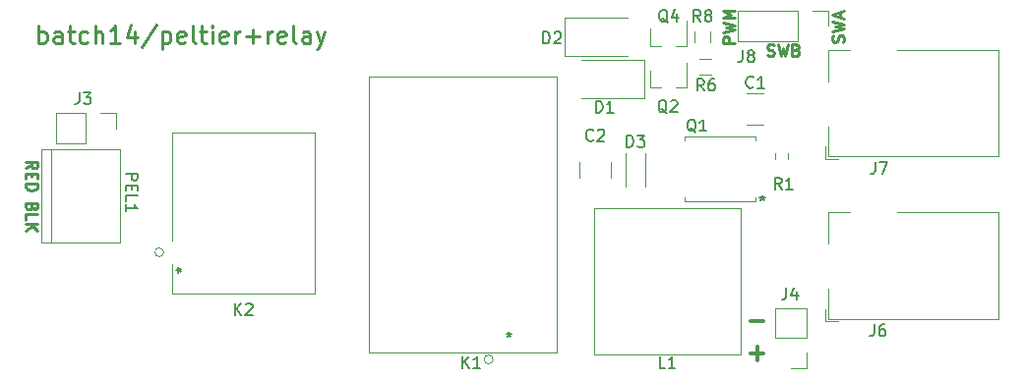
<source format=gto>
G04 #@! TF.GenerationSoftware,KiCad,Pcbnew,(5.1.6-0-10_14)*
G04 #@! TF.CreationDate,2021-11-25T16:37:17+09:00*
G04 #@! TF.ProjectId,peltier+relay,70656c74-6965-4722-9b72-656c61792e6b,rev?*
G04 #@! TF.SameCoordinates,Original*
G04 #@! TF.FileFunction,Legend,Top*
G04 #@! TF.FilePolarity,Positive*
%FSLAX46Y46*%
G04 Gerber Fmt 4.6, Leading zero omitted, Abs format (unit mm)*
G04 Created by KiCad (PCBNEW (5.1.6-0-10_14)) date 2021-11-25 16:37:17*
%MOMM*%
%LPD*%
G01*
G04 APERTURE LIST*
%ADD10C,0.300000*%
%ADD11C,0.250000*%
%ADD12C,0.120000*%
%ADD13C,0.150000*%
G04 APERTURE END LIST*
D10*
X163561428Y-111587142D02*
X162418571Y-111587142D01*
X162990000Y-112158571D02*
X162990000Y-111015714D01*
X163541428Y-108817142D02*
X162398571Y-108817142D01*
D11*
X101149999Y-84818571D02*
X101149999Y-83318571D01*
X101149999Y-83890000D02*
X101292857Y-83818571D01*
X101578571Y-83818571D01*
X101721428Y-83890000D01*
X101792857Y-83961428D01*
X101864285Y-84104285D01*
X101864285Y-84532857D01*
X101792857Y-84675714D01*
X101721428Y-84747142D01*
X101578571Y-84818571D01*
X101292857Y-84818571D01*
X101149999Y-84747142D01*
X103149999Y-84818571D02*
X103149999Y-84032857D01*
X103078571Y-83890000D01*
X102935714Y-83818571D01*
X102649999Y-83818571D01*
X102507142Y-83890000D01*
X103149999Y-84747142D02*
X103007142Y-84818571D01*
X102649999Y-84818571D01*
X102507142Y-84747142D01*
X102435714Y-84604285D01*
X102435714Y-84461428D01*
X102507142Y-84318571D01*
X102649999Y-84247142D01*
X103007142Y-84247142D01*
X103149999Y-84175714D01*
X103649999Y-83818571D02*
X104221428Y-83818571D01*
X103864285Y-83318571D02*
X103864285Y-84604285D01*
X103935714Y-84747142D01*
X104078571Y-84818571D01*
X104221428Y-84818571D01*
X105364285Y-84747142D02*
X105221428Y-84818571D01*
X104935714Y-84818571D01*
X104792857Y-84747142D01*
X104721428Y-84675714D01*
X104649999Y-84532857D01*
X104649999Y-84104285D01*
X104721428Y-83961428D01*
X104792857Y-83890000D01*
X104935714Y-83818571D01*
X105221428Y-83818571D01*
X105364285Y-83890000D01*
X106007142Y-84818571D02*
X106007142Y-83318571D01*
X106649999Y-84818571D02*
X106649999Y-84032857D01*
X106578571Y-83890000D01*
X106435714Y-83818571D01*
X106221428Y-83818571D01*
X106078571Y-83890000D01*
X106007142Y-83961428D01*
X108149999Y-84818571D02*
X107292857Y-84818571D01*
X107721428Y-84818571D02*
X107721428Y-83318571D01*
X107578571Y-83532857D01*
X107435714Y-83675714D01*
X107292857Y-83747142D01*
X109435714Y-83818571D02*
X109435714Y-84818571D01*
X109078571Y-83247142D02*
X108721428Y-84318571D01*
X109649999Y-84318571D01*
X111292857Y-83247142D02*
X110007142Y-85175714D01*
X111792857Y-83818571D02*
X111792857Y-85318571D01*
X111792857Y-83890000D02*
X111935714Y-83818571D01*
X112221428Y-83818571D01*
X112364285Y-83890000D01*
X112435714Y-83961428D01*
X112507142Y-84104285D01*
X112507142Y-84532857D01*
X112435714Y-84675714D01*
X112364285Y-84747142D01*
X112221428Y-84818571D01*
X111935714Y-84818571D01*
X111792857Y-84747142D01*
X113721428Y-84747142D02*
X113578571Y-84818571D01*
X113292857Y-84818571D01*
X113149999Y-84747142D01*
X113078571Y-84604285D01*
X113078571Y-84032857D01*
X113149999Y-83890000D01*
X113292857Y-83818571D01*
X113578571Y-83818571D01*
X113721428Y-83890000D01*
X113792857Y-84032857D01*
X113792857Y-84175714D01*
X113078571Y-84318571D01*
X114649999Y-84818571D02*
X114507142Y-84747142D01*
X114435714Y-84604285D01*
X114435714Y-83318571D01*
X115007142Y-83818571D02*
X115578571Y-83818571D01*
X115221428Y-83318571D02*
X115221428Y-84604285D01*
X115292857Y-84747142D01*
X115435714Y-84818571D01*
X115578571Y-84818571D01*
X116078571Y-84818571D02*
X116078571Y-83818571D01*
X116078571Y-83318571D02*
X116007142Y-83390000D01*
X116078571Y-83461428D01*
X116149999Y-83390000D01*
X116078571Y-83318571D01*
X116078571Y-83461428D01*
X117364285Y-84747142D02*
X117221428Y-84818571D01*
X116935714Y-84818571D01*
X116792857Y-84747142D01*
X116721428Y-84604285D01*
X116721428Y-84032857D01*
X116792857Y-83890000D01*
X116935714Y-83818571D01*
X117221428Y-83818571D01*
X117364285Y-83890000D01*
X117435714Y-84032857D01*
X117435714Y-84175714D01*
X116721428Y-84318571D01*
X118078571Y-84818571D02*
X118078571Y-83818571D01*
X118078571Y-84104285D02*
X118149999Y-83961428D01*
X118221428Y-83890000D01*
X118364285Y-83818571D01*
X118507142Y-83818571D01*
X119007142Y-84247142D02*
X120149999Y-84247142D01*
X119578571Y-84818571D02*
X119578571Y-83675714D01*
X120864285Y-84818571D02*
X120864285Y-83818571D01*
X120864285Y-84104285D02*
X120935714Y-83961428D01*
X121007142Y-83890000D01*
X121149999Y-83818571D01*
X121292857Y-83818571D01*
X122364285Y-84747142D02*
X122221428Y-84818571D01*
X121935714Y-84818571D01*
X121792857Y-84747142D01*
X121721428Y-84604285D01*
X121721428Y-84032857D01*
X121792857Y-83890000D01*
X121935714Y-83818571D01*
X122221428Y-83818571D01*
X122364285Y-83890000D01*
X122435714Y-84032857D01*
X122435714Y-84175714D01*
X121721428Y-84318571D01*
X123292857Y-84818571D02*
X123150000Y-84747142D01*
X123078571Y-84604285D01*
X123078571Y-83318571D01*
X124507142Y-84818571D02*
X124507142Y-84032857D01*
X124435714Y-83890000D01*
X124292857Y-83818571D01*
X124007142Y-83818571D01*
X123864285Y-83890000D01*
X124507142Y-84747142D02*
X124364285Y-84818571D01*
X124007142Y-84818571D01*
X123864285Y-84747142D01*
X123792857Y-84604285D01*
X123792857Y-84461428D01*
X123864285Y-84318571D01*
X124007142Y-84247142D01*
X124364285Y-84247142D01*
X124507142Y-84175714D01*
X125078571Y-83818571D02*
X125435714Y-84818571D01*
X125792857Y-83818571D02*
X125435714Y-84818571D01*
X125292857Y-85175714D01*
X125221428Y-85247142D01*
X125078571Y-85318571D01*
X100571428Y-98936666D02*
X100523809Y-99079523D01*
X100476190Y-99127142D01*
X100380952Y-99174761D01*
X100238095Y-99174761D01*
X100142857Y-99127142D01*
X100095238Y-99079523D01*
X100047619Y-98984285D01*
X100047619Y-98603333D01*
X101047619Y-98603333D01*
X101047619Y-98936666D01*
X101000000Y-99031904D01*
X100952380Y-99079523D01*
X100857142Y-99127142D01*
X100761904Y-99127142D01*
X100666666Y-99079523D01*
X100619047Y-99031904D01*
X100571428Y-98936666D01*
X100571428Y-98603333D01*
X100047619Y-100079523D02*
X100047619Y-99603333D01*
X101047619Y-99603333D01*
X100047619Y-100412857D02*
X101047619Y-100412857D01*
X100047619Y-100984285D02*
X100619047Y-100555714D01*
X101047619Y-100984285D02*
X100476190Y-100412857D01*
X100047619Y-95627142D02*
X100523809Y-95293809D01*
X100047619Y-95055714D02*
X101047619Y-95055714D01*
X101047619Y-95436666D01*
X101000000Y-95531904D01*
X100952380Y-95579523D01*
X100857142Y-95627142D01*
X100714285Y-95627142D01*
X100619047Y-95579523D01*
X100571428Y-95531904D01*
X100523809Y-95436666D01*
X100523809Y-95055714D01*
X100571428Y-96055714D02*
X100571428Y-96389047D01*
X100047619Y-96531904D02*
X100047619Y-96055714D01*
X101047619Y-96055714D01*
X101047619Y-96531904D01*
X100047619Y-96960476D02*
X101047619Y-96960476D01*
X101047619Y-97198571D01*
X101000000Y-97341428D01*
X100904761Y-97436666D01*
X100809523Y-97484285D01*
X100619047Y-97531904D01*
X100476190Y-97531904D01*
X100285714Y-97484285D01*
X100190476Y-97436666D01*
X100095238Y-97341428D01*
X100047619Y-97198571D01*
X100047619Y-96960476D01*
X170404761Y-84745714D02*
X170452380Y-84602857D01*
X170452380Y-84364761D01*
X170404761Y-84269523D01*
X170357142Y-84221904D01*
X170261904Y-84174285D01*
X170166666Y-84174285D01*
X170071428Y-84221904D01*
X170023809Y-84269523D01*
X169976190Y-84364761D01*
X169928571Y-84555238D01*
X169880952Y-84650476D01*
X169833333Y-84698095D01*
X169738095Y-84745714D01*
X169642857Y-84745714D01*
X169547619Y-84698095D01*
X169500000Y-84650476D01*
X169452380Y-84555238D01*
X169452380Y-84317142D01*
X169500000Y-84174285D01*
X169452380Y-83840952D02*
X170452380Y-83602857D01*
X169738095Y-83412380D01*
X170452380Y-83221904D01*
X169452380Y-82983809D01*
X170166666Y-82650476D02*
X170166666Y-82174285D01*
X170452380Y-82745714D02*
X169452380Y-82412380D01*
X170452380Y-82079047D01*
X163872867Y-85884761D02*
X164015724Y-85932380D01*
X164253819Y-85932380D01*
X164349057Y-85884761D01*
X164396676Y-85837142D01*
X164444295Y-85741904D01*
X164444295Y-85646666D01*
X164396676Y-85551428D01*
X164349057Y-85503809D01*
X164253819Y-85456190D01*
X164063343Y-85408571D01*
X163968105Y-85360952D01*
X163920486Y-85313333D01*
X163872867Y-85218095D01*
X163872867Y-85122857D01*
X163920486Y-85027619D01*
X163968105Y-84980000D01*
X164063343Y-84932380D01*
X164301438Y-84932380D01*
X164444295Y-84980000D01*
X164777629Y-84932380D02*
X165015724Y-85932380D01*
X165206200Y-85218095D01*
X165396676Y-85932380D01*
X165634771Y-84932380D01*
X166349057Y-85408571D02*
X166491914Y-85456190D01*
X166539533Y-85503809D01*
X166587152Y-85599047D01*
X166587152Y-85741904D01*
X166539533Y-85837142D01*
X166491914Y-85884761D01*
X166396676Y-85932380D01*
X166015724Y-85932380D01*
X166015724Y-84932380D01*
X166349057Y-84932380D01*
X166444295Y-84980000D01*
X166491914Y-85027619D01*
X166539533Y-85122857D01*
X166539533Y-85218095D01*
X166491914Y-85313333D01*
X166444295Y-85360952D01*
X166349057Y-85408571D01*
X166015724Y-85408571D01*
X161052380Y-84814761D02*
X160052380Y-84814761D01*
X160052380Y-84433809D01*
X160100000Y-84338571D01*
X160147619Y-84290952D01*
X160242857Y-84243333D01*
X160385714Y-84243333D01*
X160480952Y-84290952D01*
X160528571Y-84338571D01*
X160576190Y-84433809D01*
X160576190Y-84814761D01*
X160052380Y-83910000D02*
X161052380Y-83671904D01*
X160338095Y-83481428D01*
X161052380Y-83290952D01*
X160052380Y-83052857D01*
X161052380Y-82671904D02*
X160052380Y-82671904D01*
X160766666Y-82338571D01*
X160052380Y-82005238D01*
X161052380Y-82005238D01*
D12*
X153260000Y-89540000D02*
X153260000Y-86240000D01*
X153260000Y-86240000D02*
X147860000Y-86240000D01*
X153260000Y-89540000D02*
X147860000Y-89540000D01*
X146460000Y-82640000D02*
X151860000Y-82640000D01*
X146460000Y-85940000D02*
X151860000Y-85940000D01*
X146460000Y-82640000D02*
X146460000Y-85940000D01*
X102250000Y-102020000D02*
X102250000Y-94020000D01*
X101350000Y-94020000D02*
X108150000Y-94020000D01*
X101350000Y-102020000D02*
X101350000Y-94020000D01*
X108150000Y-102020000D02*
X101350000Y-102020000D01*
X108150000Y-94020000D02*
X108150000Y-102020000D01*
X168900000Y-107750000D02*
X168900000Y-108800000D01*
X169950000Y-108800000D02*
X168900000Y-108800000D01*
X175000000Y-99400000D02*
X183800000Y-99400000D01*
X183800000Y-99400000D02*
X183800000Y-108600000D01*
X169100000Y-102100000D02*
X169100000Y-99400000D01*
X169100000Y-99400000D02*
X171000000Y-99400000D01*
X183800000Y-108600000D02*
X169100000Y-108600000D01*
X169100000Y-108600000D02*
X169100000Y-106000000D01*
X169100000Y-94600000D02*
X169100000Y-92000000D01*
X183800000Y-94600000D02*
X169100000Y-94600000D01*
X169100000Y-85400000D02*
X171000000Y-85400000D01*
X169100000Y-88100000D02*
X169100000Y-85400000D01*
X183800000Y-85400000D02*
X183800000Y-94600000D01*
X175000000Y-85400000D02*
X183800000Y-85400000D01*
X169950000Y-94800000D02*
X168900000Y-94800000D01*
X168900000Y-93750000D02*
X168900000Y-94800000D01*
X145780000Y-87710000D02*
X129580000Y-87710000D01*
X129580000Y-111510000D02*
X129580000Y-87710000D01*
X145780000Y-111510000D02*
X145780000Y-87710000D01*
X129580000Y-111510000D02*
X145780000Y-111510000D01*
X140260499Y-112110000D02*
G75*
G03*
X140260499Y-112110000I-381000J0D01*
G01*
X124947399Y-106391499D02*
X124947399Y-92548499D01*
X124947399Y-92548499D02*
X112603000Y-92548499D01*
X112603000Y-92548499D02*
X112603000Y-101820679D01*
X112603000Y-106391499D02*
X124947399Y-106391499D01*
X112603000Y-103919320D02*
X112603000Y-106391499D01*
X111911000Y-102869499D02*
G75*
G03*
X111911000Y-102869499I-381000J0D01*
G01*
X153790000Y-88650000D02*
X154720000Y-88650000D01*
X156950000Y-88650000D02*
X156020000Y-88650000D01*
X156950000Y-88650000D02*
X156950000Y-86490000D01*
X153790000Y-88650000D02*
X153790000Y-87190000D01*
X153790000Y-85050000D02*
X153790000Y-83590000D01*
X156950000Y-85050000D02*
X156950000Y-82890000D01*
X156950000Y-85050000D02*
X156020000Y-85050000D01*
X153790000Y-85050000D02*
X154720000Y-85050000D01*
X169100010Y-82000008D02*
X169100010Y-83330008D01*
X167770010Y-82000008D02*
X169100010Y-82000008D01*
X166500010Y-82000008D02*
X166500010Y-84660008D01*
X166500010Y-84660008D02*
X161360010Y-84660008D01*
X166500010Y-82000008D02*
X161360010Y-82000008D01*
X161360010Y-82000008D02*
X161360010Y-84660008D01*
X159048960Y-87565400D02*
X158048960Y-87565400D01*
X158048960Y-86205400D02*
X159048960Y-86205400D01*
X158920000Y-83790000D02*
X158920000Y-84790000D01*
X157560000Y-84790000D02*
X157560000Y-83790000D01*
X107810000Y-90830000D02*
X107810000Y-92160000D01*
X106480000Y-90830000D02*
X107810000Y-90830000D01*
X105210000Y-90830000D02*
X105210000Y-93490000D01*
X105210000Y-93490000D02*
X102610000Y-93490000D01*
X105210000Y-90830000D02*
X102610000Y-90830000D01*
X102610000Y-90830000D02*
X102610000Y-93490000D01*
X162107448Y-89183000D02*
X163529952Y-89183000D01*
X162107448Y-91903000D02*
X163529952Y-91903000D01*
X147704600Y-95053988D02*
X147704600Y-96476492D01*
X150424600Y-95053988D02*
X150424600Y-96476492D01*
X151673180Y-94281880D02*
X151673180Y-97228280D01*
X153324180Y-97228280D02*
X153324180Y-94281880D01*
X167209400Y-112866100D02*
X165879400Y-112866100D01*
X167209400Y-111536100D02*
X167209400Y-112866100D01*
X167209400Y-110266100D02*
X164549400Y-110266100D01*
X164549400Y-110266100D02*
X164549400Y-107666100D01*
X167209400Y-110266100D02*
X167209400Y-107666100D01*
X167209400Y-107666100D02*
X164549400Y-107666100D01*
X161536800Y-111702000D02*
X148936800Y-111702000D01*
X161536800Y-99102000D02*
X161536800Y-111702000D01*
X148936800Y-99102000D02*
X161536800Y-99102000D01*
X148936800Y-111702000D02*
X148936800Y-99102000D01*
X162869500Y-92892500D02*
X156722700Y-92892500D01*
X156722700Y-92892500D02*
X156722700Y-93207460D01*
X156722700Y-98455100D02*
X162869500Y-98455100D01*
X162869500Y-98455100D02*
X162869500Y-98140140D01*
X162869500Y-93207460D02*
X162869500Y-92892500D01*
X156722700Y-98140140D02*
X156722700Y-98455100D01*
X165627200Y-94344342D02*
X165627200Y-94818858D01*
X164582200Y-94344342D02*
X164582200Y-94818858D01*
D13*
X149111904Y-90812380D02*
X149111904Y-89812380D01*
X149350000Y-89812380D01*
X149492857Y-89860000D01*
X149588095Y-89955238D01*
X149635714Y-90050476D01*
X149683333Y-90240952D01*
X149683333Y-90383809D01*
X149635714Y-90574285D01*
X149588095Y-90669523D01*
X149492857Y-90764761D01*
X149350000Y-90812380D01*
X149111904Y-90812380D01*
X150635714Y-90812380D02*
X150064285Y-90812380D01*
X150350000Y-90812380D02*
X150350000Y-89812380D01*
X150254761Y-89955238D01*
X150159523Y-90050476D01*
X150064285Y-90098095D01*
X144581904Y-84862380D02*
X144581904Y-83862380D01*
X144820000Y-83862380D01*
X144962857Y-83910000D01*
X145058095Y-84005238D01*
X145105714Y-84100476D01*
X145153333Y-84290952D01*
X145153333Y-84433809D01*
X145105714Y-84624285D01*
X145058095Y-84719523D01*
X144962857Y-84814761D01*
X144820000Y-84862380D01*
X144581904Y-84862380D01*
X145534285Y-83957619D02*
X145581904Y-83910000D01*
X145677142Y-83862380D01*
X145915238Y-83862380D01*
X146010476Y-83910000D01*
X146058095Y-83957619D01*
X146105714Y-84052857D01*
X146105714Y-84148095D01*
X146058095Y-84290952D01*
X145486666Y-84862380D01*
X146105714Y-84862380D01*
X108677619Y-96094761D02*
X109677619Y-96094761D01*
X109677619Y-96475714D01*
X109630000Y-96570952D01*
X109582380Y-96618571D01*
X109487142Y-96666190D01*
X109344285Y-96666190D01*
X109249047Y-96618571D01*
X109201428Y-96570952D01*
X109153809Y-96475714D01*
X109153809Y-96094761D01*
X109201428Y-97094761D02*
X109201428Y-97428095D01*
X108677619Y-97570952D02*
X108677619Y-97094761D01*
X109677619Y-97094761D01*
X109677619Y-97570952D01*
X108677619Y-98475714D02*
X108677619Y-97999523D01*
X109677619Y-97999523D01*
X108677619Y-99332857D02*
X108677619Y-98761428D01*
X108677619Y-99047142D02*
X109677619Y-99047142D01*
X109534761Y-98951904D01*
X109439523Y-98856666D01*
X109391904Y-98761428D01*
X173056666Y-109092380D02*
X173056666Y-109806666D01*
X173009047Y-109949523D01*
X172913809Y-110044761D01*
X172770952Y-110092380D01*
X172675714Y-110092380D01*
X173961428Y-109092380D02*
X173770952Y-109092380D01*
X173675714Y-109140000D01*
X173628095Y-109187619D01*
X173532857Y-109330476D01*
X173485238Y-109520952D01*
X173485238Y-109901904D01*
X173532857Y-109997142D01*
X173580476Y-110044761D01*
X173675714Y-110092380D01*
X173866190Y-110092380D01*
X173961428Y-110044761D01*
X174009047Y-109997142D01*
X174056666Y-109901904D01*
X174056666Y-109663809D01*
X174009047Y-109568571D01*
X173961428Y-109520952D01*
X173866190Y-109473333D01*
X173675714Y-109473333D01*
X173580476Y-109520952D01*
X173532857Y-109568571D01*
X173485238Y-109663809D01*
X173146666Y-95112380D02*
X173146666Y-95826666D01*
X173099047Y-95969523D01*
X173003809Y-96064761D01*
X172860952Y-96112380D01*
X172765714Y-96112380D01*
X173527619Y-95112380D02*
X174194285Y-95112380D01*
X173765714Y-96112380D01*
X137621904Y-112832380D02*
X137621904Y-111832380D01*
X138193333Y-112832380D02*
X137764761Y-112260952D01*
X138193333Y-111832380D02*
X137621904Y-112403809D01*
X139145714Y-112832380D02*
X138574285Y-112832380D01*
X138860000Y-112832380D02*
X138860000Y-111832380D01*
X138764761Y-111975238D01*
X138669523Y-112070476D01*
X138574285Y-112118095D01*
X141630000Y-109712380D02*
X141630000Y-109950476D01*
X141391904Y-109855238D02*
X141630000Y-109950476D01*
X141868095Y-109855238D01*
X141487142Y-110140952D02*
X141630000Y-109950476D01*
X141772857Y-110140952D01*
X118021904Y-108292380D02*
X118021904Y-107292380D01*
X118593333Y-108292380D02*
X118164761Y-107720952D01*
X118593333Y-107292380D02*
X118021904Y-107863809D01*
X118974285Y-107387619D02*
X119021904Y-107340000D01*
X119117142Y-107292380D01*
X119355238Y-107292380D01*
X119450476Y-107340000D01*
X119498095Y-107387619D01*
X119545714Y-107482857D01*
X119545714Y-107578095D01*
X119498095Y-107720952D01*
X118926666Y-108292380D01*
X119545714Y-108292380D01*
X112982380Y-104420000D02*
X113220476Y-104420000D01*
X113125238Y-104658095D02*
X113220476Y-104420000D01*
X113125238Y-104181904D01*
X113410952Y-104562857D02*
X113220476Y-104420000D01*
X113410952Y-104277142D01*
X155224761Y-90867619D02*
X155129523Y-90820000D01*
X155034285Y-90724761D01*
X154891428Y-90581904D01*
X154796190Y-90534285D01*
X154700952Y-90534285D01*
X154748571Y-90772380D02*
X154653333Y-90724761D01*
X154558095Y-90629523D01*
X154510476Y-90439047D01*
X154510476Y-90105714D01*
X154558095Y-89915238D01*
X154653333Y-89820000D01*
X154748571Y-89772380D01*
X154939047Y-89772380D01*
X155034285Y-89820000D01*
X155129523Y-89915238D01*
X155177142Y-90105714D01*
X155177142Y-90439047D01*
X155129523Y-90629523D01*
X155034285Y-90724761D01*
X154939047Y-90772380D01*
X154748571Y-90772380D01*
X155558095Y-89867619D02*
X155605714Y-89820000D01*
X155700952Y-89772380D01*
X155939047Y-89772380D01*
X156034285Y-89820000D01*
X156081904Y-89867619D01*
X156129523Y-89962857D01*
X156129523Y-90058095D01*
X156081904Y-90200952D01*
X155510476Y-90772380D01*
X156129523Y-90772380D01*
X155304761Y-83047619D02*
X155209523Y-83000000D01*
X155114285Y-82904761D01*
X154971428Y-82761904D01*
X154876190Y-82714285D01*
X154780952Y-82714285D01*
X154828571Y-82952380D02*
X154733333Y-82904761D01*
X154638095Y-82809523D01*
X154590476Y-82619047D01*
X154590476Y-82285714D01*
X154638095Y-82095238D01*
X154733333Y-82000000D01*
X154828571Y-81952380D01*
X155019047Y-81952380D01*
X155114285Y-82000000D01*
X155209523Y-82095238D01*
X155257142Y-82285714D01*
X155257142Y-82619047D01*
X155209523Y-82809523D01*
X155114285Y-82904761D01*
X155019047Y-82952380D01*
X154828571Y-82952380D01*
X156114285Y-82285714D02*
X156114285Y-82952380D01*
X155876190Y-81904761D02*
X155638095Y-82619047D01*
X156257142Y-82619047D01*
X161736666Y-85462380D02*
X161736666Y-86176666D01*
X161689047Y-86319523D01*
X161593809Y-86414761D01*
X161450952Y-86462380D01*
X161355714Y-86462380D01*
X162355714Y-85890952D02*
X162260476Y-85843333D01*
X162212857Y-85795714D01*
X162165238Y-85700476D01*
X162165238Y-85652857D01*
X162212857Y-85557619D01*
X162260476Y-85510000D01*
X162355714Y-85462380D01*
X162546190Y-85462380D01*
X162641428Y-85510000D01*
X162689047Y-85557619D01*
X162736666Y-85652857D01*
X162736666Y-85700476D01*
X162689047Y-85795714D01*
X162641428Y-85843333D01*
X162546190Y-85890952D01*
X162355714Y-85890952D01*
X162260476Y-85938571D01*
X162212857Y-85986190D01*
X162165238Y-86081428D01*
X162165238Y-86271904D01*
X162212857Y-86367142D01*
X162260476Y-86414761D01*
X162355714Y-86462380D01*
X162546190Y-86462380D01*
X162641428Y-86414761D01*
X162689047Y-86367142D01*
X162736666Y-86271904D01*
X162736666Y-86081428D01*
X162689047Y-85986190D01*
X162641428Y-85938571D01*
X162546190Y-85890952D01*
X158413333Y-88922380D02*
X158080000Y-88446190D01*
X157841904Y-88922380D02*
X157841904Y-87922380D01*
X158222857Y-87922380D01*
X158318095Y-87970000D01*
X158365714Y-88017619D01*
X158413333Y-88112857D01*
X158413333Y-88255714D01*
X158365714Y-88350952D01*
X158318095Y-88398571D01*
X158222857Y-88446190D01*
X157841904Y-88446190D01*
X159270476Y-87922380D02*
X159080000Y-87922380D01*
X158984761Y-87970000D01*
X158937142Y-88017619D01*
X158841904Y-88160476D01*
X158794285Y-88350952D01*
X158794285Y-88731904D01*
X158841904Y-88827142D01*
X158889523Y-88874761D01*
X158984761Y-88922380D01*
X159175238Y-88922380D01*
X159270476Y-88874761D01*
X159318095Y-88827142D01*
X159365714Y-88731904D01*
X159365714Y-88493809D01*
X159318095Y-88398571D01*
X159270476Y-88350952D01*
X159175238Y-88303333D01*
X158984761Y-88303333D01*
X158889523Y-88350952D01*
X158841904Y-88398571D01*
X158794285Y-88493809D01*
X158113333Y-82972380D02*
X157780000Y-82496190D01*
X157541904Y-82972380D02*
X157541904Y-81972380D01*
X157922857Y-81972380D01*
X158018095Y-82020000D01*
X158065714Y-82067619D01*
X158113333Y-82162857D01*
X158113333Y-82305714D01*
X158065714Y-82400952D01*
X158018095Y-82448571D01*
X157922857Y-82496190D01*
X157541904Y-82496190D01*
X158684761Y-82400952D02*
X158589523Y-82353333D01*
X158541904Y-82305714D01*
X158494285Y-82210476D01*
X158494285Y-82162857D01*
X158541904Y-82067619D01*
X158589523Y-82020000D01*
X158684761Y-81972380D01*
X158875238Y-81972380D01*
X158970476Y-82020000D01*
X159018095Y-82067619D01*
X159065714Y-82162857D01*
X159065714Y-82210476D01*
X159018095Y-82305714D01*
X158970476Y-82353333D01*
X158875238Y-82400952D01*
X158684761Y-82400952D01*
X158589523Y-82448571D01*
X158541904Y-82496190D01*
X158494285Y-82591428D01*
X158494285Y-82781904D01*
X158541904Y-82877142D01*
X158589523Y-82924761D01*
X158684761Y-82972380D01*
X158875238Y-82972380D01*
X158970476Y-82924761D01*
X159018095Y-82877142D01*
X159065714Y-82781904D01*
X159065714Y-82591428D01*
X159018095Y-82496190D01*
X158970476Y-82448571D01*
X158875238Y-82400952D01*
X104646666Y-89082380D02*
X104646666Y-89796666D01*
X104599047Y-89939523D01*
X104503809Y-90034761D01*
X104360952Y-90082380D01*
X104265714Y-90082380D01*
X105027619Y-89082380D02*
X105646666Y-89082380D01*
X105313333Y-89463333D01*
X105456190Y-89463333D01*
X105551428Y-89510952D01*
X105599047Y-89558571D01*
X105646666Y-89653809D01*
X105646666Y-89891904D01*
X105599047Y-89987142D01*
X105551428Y-90034761D01*
X105456190Y-90082380D01*
X105170476Y-90082380D01*
X105075238Y-90034761D01*
X105027619Y-89987142D01*
X162652033Y-88600142D02*
X162604414Y-88647761D01*
X162461557Y-88695380D01*
X162366319Y-88695380D01*
X162223461Y-88647761D01*
X162128223Y-88552523D01*
X162080604Y-88457285D01*
X162032985Y-88266809D01*
X162032985Y-88123952D01*
X162080604Y-87933476D01*
X162128223Y-87838238D01*
X162223461Y-87743000D01*
X162366319Y-87695380D01*
X162461557Y-87695380D01*
X162604414Y-87743000D01*
X162652033Y-87790619D01*
X163604414Y-88695380D02*
X163032985Y-88695380D01*
X163318700Y-88695380D02*
X163318700Y-87695380D01*
X163223461Y-87838238D01*
X163128223Y-87933476D01*
X163032985Y-87981095D01*
X148893333Y-93167142D02*
X148845714Y-93214761D01*
X148702857Y-93262380D01*
X148607619Y-93262380D01*
X148464761Y-93214761D01*
X148369523Y-93119523D01*
X148321904Y-93024285D01*
X148274285Y-92833809D01*
X148274285Y-92690952D01*
X148321904Y-92500476D01*
X148369523Y-92405238D01*
X148464761Y-92310000D01*
X148607619Y-92262380D01*
X148702857Y-92262380D01*
X148845714Y-92310000D01*
X148893333Y-92357619D01*
X149274285Y-92357619D02*
X149321904Y-92310000D01*
X149417142Y-92262380D01*
X149655238Y-92262380D01*
X149750476Y-92310000D01*
X149798095Y-92357619D01*
X149845714Y-92452857D01*
X149845714Y-92548095D01*
X149798095Y-92690952D01*
X149226666Y-93262380D01*
X149845714Y-93262380D01*
X151771904Y-93782380D02*
X151771904Y-92782380D01*
X152010000Y-92782380D01*
X152152857Y-92830000D01*
X152248095Y-92925238D01*
X152295714Y-93020476D01*
X152343333Y-93210952D01*
X152343333Y-93353809D01*
X152295714Y-93544285D01*
X152248095Y-93639523D01*
X152152857Y-93734761D01*
X152010000Y-93782380D01*
X151771904Y-93782380D01*
X152676666Y-92782380D02*
X153295714Y-92782380D01*
X152962380Y-93163333D01*
X153105238Y-93163333D01*
X153200476Y-93210952D01*
X153248095Y-93258571D01*
X153295714Y-93353809D01*
X153295714Y-93591904D01*
X153248095Y-93687142D01*
X153200476Y-93734761D01*
X153105238Y-93782380D01*
X152819523Y-93782380D01*
X152724285Y-93734761D01*
X152676666Y-93687142D01*
X165486666Y-105942380D02*
X165486666Y-106656666D01*
X165439047Y-106799523D01*
X165343809Y-106894761D01*
X165200952Y-106942380D01*
X165105714Y-106942380D01*
X166391428Y-106275714D02*
X166391428Y-106942380D01*
X166153333Y-105894761D02*
X165915238Y-106609047D01*
X166534285Y-106609047D01*
X155070133Y-112854380D02*
X154593942Y-112854380D01*
X154593942Y-111854380D01*
X155927276Y-112854380D02*
X155355847Y-112854380D01*
X155641561Y-112854380D02*
X155641561Y-111854380D01*
X155546323Y-111997238D01*
X155451085Y-112092476D01*
X155355847Y-112140095D01*
X157714761Y-92507619D02*
X157619523Y-92460000D01*
X157524285Y-92364761D01*
X157381428Y-92221904D01*
X157286190Y-92174285D01*
X157190952Y-92174285D01*
X157238571Y-92412380D02*
X157143333Y-92364761D01*
X157048095Y-92269523D01*
X157000476Y-92079047D01*
X157000476Y-91745714D01*
X157048095Y-91555238D01*
X157143333Y-91460000D01*
X157238571Y-91412380D01*
X157429047Y-91412380D01*
X157524285Y-91460000D01*
X157619523Y-91555238D01*
X157667142Y-91745714D01*
X157667142Y-92079047D01*
X157619523Y-92269523D01*
X157524285Y-92364761D01*
X157429047Y-92412380D01*
X157238571Y-92412380D01*
X158619523Y-92412380D02*
X158048095Y-92412380D01*
X158333809Y-92412380D02*
X158333809Y-91412380D01*
X158238571Y-91555238D01*
X158143333Y-91650476D01*
X158048095Y-91698095D01*
X163436100Y-97956180D02*
X163436100Y-98194276D01*
X163198004Y-98099038D02*
X163436100Y-98194276D01*
X163674195Y-98099038D01*
X163293242Y-98384752D02*
X163436100Y-98194276D01*
X163578957Y-98384752D01*
X165093333Y-97432380D02*
X164760000Y-96956190D01*
X164521904Y-97432380D02*
X164521904Y-96432380D01*
X164902857Y-96432380D01*
X164998095Y-96480000D01*
X165045714Y-96527619D01*
X165093333Y-96622857D01*
X165093333Y-96765714D01*
X165045714Y-96860952D01*
X164998095Y-96908571D01*
X164902857Y-96956190D01*
X164521904Y-96956190D01*
X166045714Y-97432380D02*
X165474285Y-97432380D01*
X165760000Y-97432380D02*
X165760000Y-96432380D01*
X165664761Y-96575238D01*
X165569523Y-96670476D01*
X165474285Y-96718095D01*
M02*

</source>
